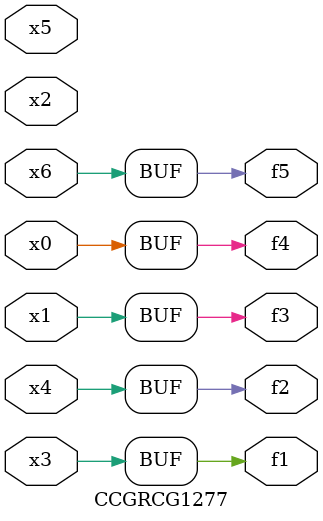
<source format=v>
module CCGRCG1277(
	input x0, x1, x2, x3, x4, x5, x6,
	output f1, f2, f3, f4, f5
);
	assign f1 = x3;
	assign f2 = x4;
	assign f3 = x1;
	assign f4 = x0;
	assign f5 = x6;
endmodule

</source>
